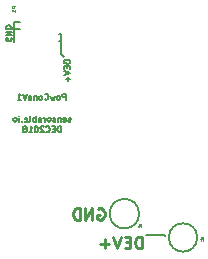
<source format=gbo>
G04 #@! TF.GenerationSoftware,KiCad,Pcbnew,(5.0.1)-4*
G04 #@! TF.CreationDate,2018-12-04T20:19:32-05:00*
G04 #@! TF.ProjectId,PowConnV1,506F77436F6E6E56312E6B696361645F,V1*
G04 #@! TF.SameCoordinates,Original*
G04 #@! TF.FileFunction,Legend,Bot*
G04 #@! TF.FilePolarity,Positive*
%FSLAX46Y46*%
G04 Gerber Fmt 4.6, Leading zero omitted, Abs format (unit mm)*
G04 Created by KiCad (PCBNEW (5.0.1)-4) date 12/4/2018 8:19:32 PM*
%MOMM*%
%LPD*%
G01*
G04 APERTURE LIST*
%ADD10C,0.127000*%
%ADD11C,0.200000*%
%ADD12C,0.250000*%
%ADD13C,0.075000*%
%ADD14C,0.031750*%
G04 APERTURE END LIST*
D10*
X116339619Y-84410489D02*
X116339619Y-83902489D01*
X116146096Y-83902489D01*
X116097715Y-83926680D01*
X116073524Y-83950870D01*
X116049334Y-83999251D01*
X116049334Y-84071822D01*
X116073524Y-84120203D01*
X116097715Y-84144394D01*
X116146096Y-84168584D01*
X116339619Y-84168584D01*
X115759048Y-84410489D02*
X115807429Y-84386299D01*
X115831619Y-84362108D01*
X115855810Y-84313727D01*
X115855810Y-84168584D01*
X115831619Y-84120203D01*
X115807429Y-84096013D01*
X115759048Y-84071822D01*
X115686477Y-84071822D01*
X115638096Y-84096013D01*
X115613905Y-84120203D01*
X115589715Y-84168584D01*
X115589715Y-84313727D01*
X115613905Y-84362108D01*
X115638096Y-84386299D01*
X115686477Y-84410489D01*
X115759048Y-84410489D01*
X115420381Y-84071822D02*
X115323619Y-84410489D01*
X115226858Y-84168584D01*
X115130096Y-84410489D01*
X115033334Y-84071822D01*
X114549524Y-84362108D02*
X114573715Y-84386299D01*
X114646286Y-84410489D01*
X114694667Y-84410489D01*
X114767239Y-84386299D01*
X114815619Y-84337918D01*
X114839810Y-84289537D01*
X114864000Y-84192775D01*
X114864000Y-84120203D01*
X114839810Y-84023441D01*
X114815619Y-83975060D01*
X114767239Y-83926680D01*
X114694667Y-83902489D01*
X114646286Y-83902489D01*
X114573715Y-83926680D01*
X114549524Y-83950870D01*
X114259239Y-84410489D02*
X114307619Y-84386299D01*
X114331810Y-84362108D01*
X114356000Y-84313727D01*
X114356000Y-84168584D01*
X114331810Y-84120203D01*
X114307619Y-84096013D01*
X114259239Y-84071822D01*
X114186667Y-84071822D01*
X114138286Y-84096013D01*
X114114096Y-84120203D01*
X114089905Y-84168584D01*
X114089905Y-84313727D01*
X114114096Y-84362108D01*
X114138286Y-84386299D01*
X114186667Y-84410489D01*
X114259239Y-84410489D01*
X113872191Y-84071822D02*
X113872191Y-84410489D01*
X113872191Y-84120203D02*
X113848000Y-84096013D01*
X113799619Y-84071822D01*
X113727048Y-84071822D01*
X113678667Y-84096013D01*
X113654477Y-84144394D01*
X113654477Y-84410489D01*
X113412572Y-84071822D02*
X113412572Y-84410489D01*
X113412572Y-84120203D02*
X113388381Y-84096013D01*
X113340000Y-84071822D01*
X113267429Y-84071822D01*
X113219048Y-84096013D01*
X113194858Y-84144394D01*
X113194858Y-84410489D01*
X113025524Y-83902489D02*
X112856191Y-84410489D01*
X112686858Y-83902489D01*
X112251429Y-84410489D02*
X112541715Y-84410489D01*
X112396572Y-84410489D02*
X112396572Y-83902489D01*
X112444953Y-83975060D01*
X112493334Y-84023441D01*
X112541715Y-84047632D01*
X116761622Y-86240499D02*
X116713241Y-86264689D01*
X116616480Y-86264689D01*
X116568099Y-86240499D01*
X116543908Y-86192118D01*
X116543908Y-86167927D01*
X116568099Y-86119546D01*
X116616480Y-86095356D01*
X116689051Y-86095356D01*
X116737432Y-86071165D01*
X116761622Y-86022784D01*
X116761622Y-85998594D01*
X116737432Y-85950213D01*
X116689051Y-85926022D01*
X116616480Y-85926022D01*
X116568099Y-85950213D01*
X116132670Y-86240499D02*
X116181051Y-86264689D01*
X116277813Y-86264689D01*
X116326194Y-86240499D01*
X116350384Y-86192118D01*
X116350384Y-85998594D01*
X116326194Y-85950213D01*
X116277813Y-85926022D01*
X116181051Y-85926022D01*
X116132670Y-85950213D01*
X116108480Y-85998594D01*
X116108480Y-86046975D01*
X116350384Y-86095356D01*
X115890765Y-85926022D02*
X115890765Y-86264689D01*
X115890765Y-85974403D02*
X115866575Y-85950213D01*
X115818194Y-85926022D01*
X115745622Y-85926022D01*
X115697241Y-85950213D01*
X115673051Y-85998594D01*
X115673051Y-86264689D01*
X115455337Y-86240499D02*
X115406956Y-86264689D01*
X115310194Y-86264689D01*
X115261813Y-86240499D01*
X115237622Y-86192118D01*
X115237622Y-86167927D01*
X115261813Y-86119546D01*
X115310194Y-86095356D01*
X115382765Y-86095356D01*
X115431146Y-86071165D01*
X115455337Y-86022784D01*
X115455337Y-85998594D01*
X115431146Y-85950213D01*
X115382765Y-85926022D01*
X115310194Y-85926022D01*
X115261813Y-85950213D01*
X114947337Y-86264689D02*
X114995718Y-86240499D01*
X115019908Y-86216308D01*
X115044099Y-86167927D01*
X115044099Y-86022784D01*
X115019908Y-85974403D01*
X114995718Y-85950213D01*
X114947337Y-85926022D01*
X114874765Y-85926022D01*
X114826384Y-85950213D01*
X114802194Y-85974403D01*
X114778003Y-86022784D01*
X114778003Y-86167927D01*
X114802194Y-86216308D01*
X114826384Y-86240499D01*
X114874765Y-86264689D01*
X114947337Y-86264689D01*
X114560289Y-86264689D02*
X114560289Y-85926022D01*
X114560289Y-86022784D02*
X114536099Y-85974403D01*
X114511908Y-85950213D01*
X114463527Y-85926022D01*
X114415146Y-85926022D01*
X114028099Y-86264689D02*
X114028099Y-85998594D01*
X114052289Y-85950213D01*
X114100670Y-85926022D01*
X114197432Y-85926022D01*
X114245813Y-85950213D01*
X114028099Y-86240499D02*
X114076480Y-86264689D01*
X114197432Y-86264689D01*
X114245813Y-86240499D01*
X114270003Y-86192118D01*
X114270003Y-86143737D01*
X114245813Y-86095356D01*
X114197432Y-86071165D01*
X114076480Y-86071165D01*
X114028099Y-86046975D01*
X113786194Y-86264689D02*
X113786194Y-85756689D01*
X113786194Y-85950213D02*
X113737813Y-85926022D01*
X113641051Y-85926022D01*
X113592670Y-85950213D01*
X113568480Y-85974403D01*
X113544289Y-86022784D01*
X113544289Y-86167927D01*
X113568480Y-86216308D01*
X113592670Y-86240499D01*
X113641051Y-86264689D01*
X113737813Y-86264689D01*
X113786194Y-86240499D01*
X113254003Y-86264689D02*
X113302384Y-86240499D01*
X113326575Y-86192118D01*
X113326575Y-85756689D01*
X112866956Y-86240499D02*
X112915337Y-86264689D01*
X113012099Y-86264689D01*
X113060480Y-86240499D01*
X113084670Y-86192118D01*
X113084670Y-85998594D01*
X113060480Y-85950213D01*
X113012099Y-85926022D01*
X112915337Y-85926022D01*
X112866956Y-85950213D01*
X112842765Y-85998594D01*
X112842765Y-86046975D01*
X113084670Y-86095356D01*
X112625051Y-86216308D02*
X112600860Y-86240499D01*
X112625051Y-86264689D01*
X112649241Y-86240499D01*
X112625051Y-86216308D01*
X112625051Y-86264689D01*
X112383146Y-86264689D02*
X112383146Y-85926022D01*
X112383146Y-85756689D02*
X112407337Y-85780880D01*
X112383146Y-85805070D01*
X112358956Y-85780880D01*
X112383146Y-85756689D01*
X112383146Y-85805070D01*
X112068670Y-86264689D02*
X112117051Y-86240499D01*
X112141241Y-86216308D01*
X112165432Y-86167927D01*
X112165432Y-86022784D01*
X112141241Y-85974403D01*
X112117051Y-85950213D01*
X112068670Y-85926022D01*
X111996099Y-85926022D01*
X111947718Y-85950213D01*
X111923527Y-85974403D01*
X111899337Y-86022784D01*
X111899337Y-86167927D01*
X111923527Y-86216308D01*
X111947718Y-86240499D01*
X111996099Y-86264689D01*
X112068670Y-86264689D01*
X115914956Y-87153689D02*
X115914956Y-86645689D01*
X115794003Y-86645689D01*
X115721432Y-86669880D01*
X115673051Y-86718260D01*
X115648860Y-86766641D01*
X115624670Y-86863403D01*
X115624670Y-86935975D01*
X115648860Y-87032737D01*
X115673051Y-87081118D01*
X115721432Y-87129499D01*
X115794003Y-87153689D01*
X115914956Y-87153689D01*
X115406956Y-86887594D02*
X115237622Y-86887594D01*
X115165051Y-87153689D02*
X115406956Y-87153689D01*
X115406956Y-86645689D01*
X115165051Y-86645689D01*
X114657051Y-87105308D02*
X114681241Y-87129499D01*
X114753813Y-87153689D01*
X114802194Y-87153689D01*
X114874765Y-87129499D01*
X114923146Y-87081118D01*
X114947337Y-87032737D01*
X114971527Y-86935975D01*
X114971527Y-86863403D01*
X114947337Y-86766641D01*
X114923146Y-86718260D01*
X114874765Y-86669880D01*
X114802194Y-86645689D01*
X114753813Y-86645689D01*
X114681241Y-86669880D01*
X114657051Y-86694070D01*
X114463527Y-86694070D02*
X114439337Y-86669880D01*
X114390956Y-86645689D01*
X114270003Y-86645689D01*
X114221622Y-86669880D01*
X114197432Y-86694070D01*
X114173241Y-86742451D01*
X114173241Y-86790832D01*
X114197432Y-86863403D01*
X114487718Y-87153689D01*
X114173241Y-87153689D01*
X113858765Y-86645689D02*
X113810384Y-86645689D01*
X113762003Y-86669880D01*
X113737813Y-86694070D01*
X113713622Y-86742451D01*
X113689432Y-86839213D01*
X113689432Y-86960165D01*
X113713622Y-87056927D01*
X113737813Y-87105308D01*
X113762003Y-87129499D01*
X113810384Y-87153689D01*
X113858765Y-87153689D01*
X113907146Y-87129499D01*
X113931337Y-87105308D01*
X113955527Y-87056927D01*
X113979718Y-86960165D01*
X113979718Y-86839213D01*
X113955527Y-86742451D01*
X113931337Y-86694070D01*
X113907146Y-86669880D01*
X113858765Y-86645689D01*
X113205622Y-87153689D02*
X113495908Y-87153689D01*
X113350765Y-87153689D02*
X113350765Y-86645689D01*
X113399146Y-86718260D01*
X113447527Y-86766641D01*
X113495908Y-86790832D01*
X112915337Y-86863403D02*
X112963718Y-86839213D01*
X112987908Y-86815022D01*
X113012099Y-86766641D01*
X113012099Y-86742451D01*
X112987908Y-86694070D01*
X112963718Y-86669880D01*
X112915337Y-86645689D01*
X112818575Y-86645689D01*
X112770194Y-86669880D01*
X112746003Y-86694070D01*
X112721813Y-86742451D01*
X112721813Y-86766641D01*
X112746003Y-86815022D01*
X112770194Y-86839213D01*
X112818575Y-86863403D01*
X112915337Y-86863403D01*
X112963718Y-86887594D01*
X112987908Y-86911784D01*
X113012099Y-86960165D01*
X113012099Y-87056927D01*
X112987908Y-87105308D01*
X112963718Y-87129499D01*
X112915337Y-87153689D01*
X112818575Y-87153689D01*
X112770194Y-87129499D01*
X112746003Y-87105308D01*
X112721813Y-87056927D01*
X112721813Y-86960165D01*
X112746003Y-86911784D01*
X112770194Y-86887594D01*
X112818575Y-86863403D01*
D11*
X115750340Y-79433420D02*
X115933220Y-79430880D01*
X116174520Y-80812640D02*
X115938300Y-80576420D01*
X115938300Y-78806040D02*
X115938300Y-80576420D01*
X115745260Y-78806040D02*
X115938300Y-78806040D01*
X112006380Y-78404720D02*
X112008920Y-78407260D01*
X112468660Y-78407260D02*
X112008920Y-78407260D01*
X111980980Y-77805280D02*
X111980980Y-79522320D01*
X112473740Y-77805280D02*
X111980980Y-77805280D01*
D10*
X111729520Y-79180387D02*
X111753710Y-79228768D01*
X111753710Y-79301340D01*
X111729520Y-79373911D01*
X111681139Y-79422292D01*
X111632758Y-79446482D01*
X111535996Y-79470673D01*
X111463424Y-79470673D01*
X111366662Y-79446482D01*
X111318281Y-79422292D01*
X111269900Y-79373911D01*
X111245710Y-79301340D01*
X111245710Y-79252959D01*
X111269900Y-79180387D01*
X111294091Y-79156197D01*
X111463424Y-79156197D01*
X111463424Y-79252959D01*
X111245710Y-78938482D02*
X111753710Y-78938482D01*
X111245710Y-78648197D01*
X111753710Y-78648197D01*
X111245710Y-78406292D02*
X111753710Y-78406292D01*
X111753710Y-78285340D01*
X111729520Y-78212768D01*
X111681139Y-78164387D01*
X111632758Y-78140197D01*
X111535996Y-78116006D01*
X111463424Y-78116006D01*
X111366662Y-78140197D01*
X111318281Y-78164387D01*
X111269900Y-78212768D01*
X111245710Y-78285340D01*
X111245710Y-78406292D01*
X116698969Y-81073292D02*
X116190969Y-81073292D01*
X116190969Y-81194244D01*
X116215160Y-81266816D01*
X116263540Y-81315197D01*
X116311921Y-81339387D01*
X116408683Y-81363578D01*
X116481255Y-81363578D01*
X116578017Y-81339387D01*
X116626398Y-81315197D01*
X116674779Y-81266816D01*
X116698969Y-81194244D01*
X116698969Y-81073292D01*
X116432874Y-81581292D02*
X116432874Y-81750625D01*
X116698969Y-81823197D02*
X116698969Y-81581292D01*
X116190969Y-81581292D01*
X116190969Y-81823197D01*
X116190969Y-81968340D02*
X116698969Y-82137673D01*
X116190969Y-82307006D01*
X116505445Y-82476340D02*
X116505445Y-82863387D01*
X116698969Y-82669863D02*
X116311921Y-82669863D01*
D11*
X124716540Y-95915480D02*
X124706380Y-95905320D01*
X123098560Y-95905320D02*
X124706380Y-95905320D01*
D12*
X122790364Y-96997780D02*
X122790364Y-95997780D01*
X122552269Y-95997780D01*
X122409412Y-96045400D01*
X122314174Y-96140638D01*
X122266555Y-96235876D01*
X122218936Y-96426352D01*
X122218936Y-96569209D01*
X122266555Y-96759685D01*
X122314174Y-96854923D01*
X122409412Y-96950161D01*
X122552269Y-96997780D01*
X122790364Y-96997780D01*
X121790364Y-96473971D02*
X121457031Y-96473971D01*
X121314174Y-96997780D02*
X121790364Y-96997780D01*
X121790364Y-95997780D01*
X121314174Y-95997780D01*
X121028460Y-95997780D02*
X120695126Y-96997780D01*
X120361793Y-95997780D01*
X120028460Y-96616828D02*
X119266555Y-96616828D01*
X119647507Y-96997780D02*
X119647507Y-96235876D01*
X119047164Y-93632400D02*
X119142402Y-93584780D01*
X119285260Y-93584780D01*
X119428117Y-93632400D01*
X119523355Y-93727638D01*
X119570974Y-93822876D01*
X119618593Y-94013352D01*
X119618593Y-94156209D01*
X119570974Y-94346685D01*
X119523355Y-94441923D01*
X119428117Y-94537161D01*
X119285260Y-94584780D01*
X119190021Y-94584780D01*
X119047164Y-94537161D01*
X118999545Y-94489542D01*
X118999545Y-94156209D01*
X119190021Y-94156209D01*
X118570974Y-94584780D02*
X118570974Y-93584780D01*
X117999545Y-94584780D01*
X117999545Y-93584780D01*
X117523355Y-94584780D02*
X117523355Y-93584780D01*
X117285260Y-93584780D01*
X117142402Y-93632400D01*
X117047164Y-93727638D01*
X116999545Y-93822876D01*
X116951926Y-94013352D01*
X116951926Y-94156209D01*
X116999545Y-94346685D01*
X117047164Y-94441923D01*
X117142402Y-94537161D01*
X117285260Y-94584780D01*
X117523355Y-94584780D01*
D11*
X127458773Y-96072960D02*
G75*
G03X127458773Y-96072960I-1200453J0D01*
G01*
X122536717Y-94056200D02*
G75*
G03X122536717Y-94056200I-1244097J0D01*
G01*
G04 #@! TO.C,P1*
D13*
X112058274Y-76509811D02*
X111758274Y-76509811D01*
X111758274Y-76624097D01*
X111772560Y-76652668D01*
X111786845Y-76666954D01*
X111815417Y-76681240D01*
X111858274Y-76681240D01*
X111886845Y-76666954D01*
X111901131Y-76652668D01*
X111915417Y-76624097D01*
X111915417Y-76509811D01*
X112058274Y-76966954D02*
X112058274Y-76795525D01*
X112058274Y-76881240D02*
X111758274Y-76881240D01*
X111801131Y-76852668D01*
X111829702Y-76824097D01*
X111843988Y-76795525D01*
G04 #@! TO.C,P4*
D14*
X127966694Y-96330594D02*
X127966694Y-96030594D01*
X127909551Y-96030594D01*
X127895265Y-96044880D01*
X127888122Y-96059165D01*
X127880980Y-96087737D01*
X127880980Y-96130594D01*
X127888122Y-96159165D01*
X127895265Y-96173451D01*
X127909551Y-96187737D01*
X127966694Y-96187737D01*
X127752408Y-96130594D02*
X127752408Y-96330594D01*
X127788122Y-96016308D02*
X127823837Y-96230594D01*
X127730980Y-96230594D01*
G04 #@! TO.C,P5*
X122711434Y-95220614D02*
X122711434Y-94920614D01*
X122654291Y-94920614D01*
X122640005Y-94934900D01*
X122632862Y-94949185D01*
X122625720Y-94977757D01*
X122625720Y-95020614D01*
X122632862Y-95049185D01*
X122640005Y-95063471D01*
X122654291Y-95077757D01*
X122711434Y-95077757D01*
X122490005Y-94920614D02*
X122561434Y-94920614D01*
X122568577Y-95063471D01*
X122561434Y-95049185D01*
X122547148Y-95034900D01*
X122511434Y-95034900D01*
X122497148Y-95049185D01*
X122490005Y-95063471D01*
X122482862Y-95092042D01*
X122482862Y-95163471D01*
X122490005Y-95192042D01*
X122497148Y-95206328D01*
X122511434Y-95220614D01*
X122547148Y-95220614D01*
X122561434Y-95206328D01*
X122568577Y-95192042D01*
G04 #@! TD*
M02*

</source>
